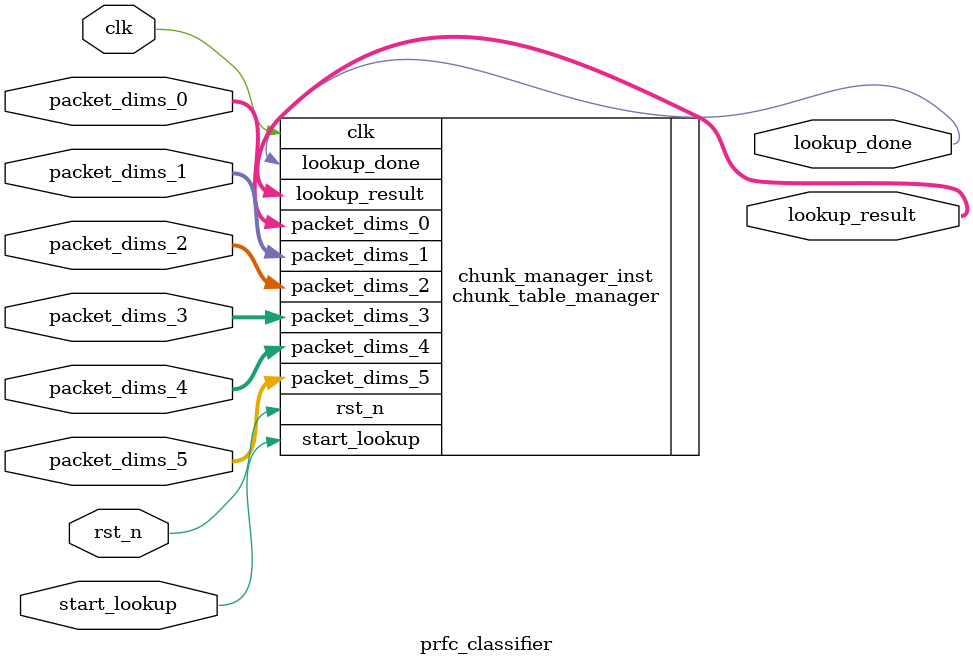
<source format=v>
`timescale 1ns / 1ps

module prfc_classifier #(
    //----------------------------------------------------------------
    // Basic Parameters
    //----------------------------------------------------------------
    parameter DATA_WIDTH = 32,
    parameter ADDR_WIDTH = 16,
    parameter CLASSIFIER_ID = 0,

    //----------------------------------------------------------------
    // Phase 0 Chunk Sizes (for 6 dimensions)
    //----------------------------------------------------------------
    parameter PHASE0_CHUNK_NUM_0 = 32'd100,  // phase0_chunks[0].item_num
    parameter PHASE0_CHUNK_NUM_1 = 32'd100,  // phase0_chunks[1].item_num
    parameter PHASE0_CHUNK_NUM_2 = 32'd100,  // phase0_chunks[2].item_num
    parameter PHASE0_CHUNK_NUM_3 = 32'd150,  // phase0_chunks[3].item_num
    parameter PHASE0_CHUNK_NUM_4 = 32'd200,  // phase0_chunks[4].item_num
    parameter PHASE0_CHUNK_NUM_5 = 32'd250,  // phase0_chunks[5].item_num

    //----------------------------------------------------------------
    // Phase 1 & Final Phase Chunk Sizes
    //----------------------------------------------------------------
    parameter PHASE1_CHUNK_NUM_0 = 32'd250,  // phase1_chunks[0].item_num
    parameter PHASE1_CHUNK_NUM_1 = 32'd250,  // phase1_chunks[1].item_num
    parameter FINALPHASE_CHUNK_NUM = 32'd250,    // phase2_chunks.item_num

    //----------------------------------------------------------------
    // Phase 0 EqIDTable Sizes (for 6 dimensions)
    //----------------------------------------------------------------
    parameter PHASE0_EqIDTable_NUM_0 = 16'd250,  // phase0_chunks[0].matched_EqIDTable->item_num
    parameter PHASE0_EqIDTable_NUM_1 = 16'd250,  // phase0_chunks[1].matched_EqIDTable->item_num
    parameter PHASE0_EqIDTable_NUM_2 = 16'd250,  // phase0_chunks[2].matched_EqIDTable->item_num
    parameter PHASE0_EqIDTable_NUM_3 = 16'd250,  // phase0_chunks[3].matched_EqIDTable->item_num
    parameter PHASE0_EqIDTable_NUM_4 = 16'd250,  // phase0_chunks[4].matched_EqIDTable->item_num
    parameter PHASE0_EqIDTable_NUM_5 = 16'd250,  // phase0_chunks[5].matched_EqIDTable->item_num

    //----------------------------------------------------------------
    // Phase 1 EqIDTable Sizes
    //----------------------------------------------------------------
    parameter PHASE1_EqIDTable_NUM_0 = 16'd250,  // phase1_chunks[0].matched_EqIDTable->item_num
    parameter PHASE1_EqIDTable_NUM_1 = 16'd250,  // phase1_chunks[1].matched_EqIDTable->item_num

    //----------------------------------------------------------------
    // Phase 0 Factor Parameters (for 6 dimensions)
    //----------------------------------------------------------------
    parameter PHASE0_FACTOR_0 = 5'd2,
    parameter PHASE0_FACTOR_1 = 5'd1,
    parameter PHASE0_FACTOR_2 = 5'd2,
    parameter PHASE0_FACTOR_3 = 5'd1,
    parameter PHASE0_FACTOR_4 = 5'd0,
    parameter PHASE0_FACTOR_5 = 5'd0
)(
    input wire clk,
    input wire rst_n,
    
    // Control Interface
    input wire start_lookup,
    input wire [15:0] packet_dims_0,
    input wire [15:0] packet_dims_1,
    input wire [15:0] packet_dims_2,
    input wire [15:0] packet_dims_3,
    input wire [15:0] packet_dims_4,
    input wire [15:0] packet_dims_5,
    output wire lookup_done,
    output wire [DATA_WIDTH-1:0] lookup_result
);

    // ChunkTable Manager Instance
    chunk_table_manager #(
        .DATA_WIDTH(DATA_WIDTH),
        .ADDR_WIDTH(ADDR_WIDTH),
        .CLASSIFIER_ID(CLASSIFIER_ID),
        // Pass down the ITEM_NUM parameters
        .PHASE0_CHUNK_NUM_0(PHASE0_CHUNK_NUM_0),
        .PHASE0_CHUNK_NUM_1(PHASE0_CHUNK_NUM_1),
        .PHASE0_CHUNK_NUM_2(PHASE0_CHUNK_NUM_2),
        .PHASE0_CHUNK_NUM_3(PHASE0_CHUNK_NUM_3),
        .PHASE0_CHUNK_NUM_4(PHASE0_CHUNK_NUM_4),
        .PHASE0_CHUNK_NUM_5(PHASE0_CHUNK_NUM_5),
        .PHASE1_CHUNK_NUM_0(PHASE1_CHUNK_NUM_0),
        .PHASE1_CHUNK_NUM_1(PHASE1_CHUNK_NUM_1),
        .FINALPHASE_CHUNK_NUM(FINALPHASE_CHUNK_NUM),

        .PHASE0_EqIDTable_NUM_0(PHASE0_EqIDTable_NUM_0),
        .PHASE0_EqIDTable_NUM_1(PHASE0_EqIDTable_NUM_1),
        .PHASE0_EqIDTable_NUM_2(PHASE0_EqIDTable_NUM_2),
        .PHASE0_EqIDTable_NUM_3(PHASE0_EqIDTable_NUM_3),
        .PHASE0_EqIDTable_NUM_4(PHASE0_EqIDTable_NUM_4),
        .PHASE0_EqIDTable_NUM_5(PHASE0_EqIDTable_NUM_5),
        .PHASE1_EqIDTable_NUM_0(PHASE1_EqIDTable_NUM_0),
        .PHASE1_EqIDTable_NUM_1(PHASE1_EqIDTable_NUM_1),

        .PHASE0_FACTOR_0(PHASE0_FACTOR_0),
        .PHASE0_FACTOR_1(PHASE0_FACTOR_1),
        .PHASE0_FACTOR_2(PHASE0_FACTOR_2),
        .PHASE0_FACTOR_3(PHASE0_FACTOR_3),
        .PHASE0_FACTOR_4(PHASE0_FACTOR_4),
        .PHASE0_FACTOR_5(PHASE0_FACTOR_5)
    ) chunk_manager_inst (
        .clk(clk),
        .rst_n(rst_n),
        .start_lookup(start_lookup),
        .packet_dims_0(packet_dims_0),
        .packet_dims_1(packet_dims_1),
        .packet_dims_2(packet_dims_2),
        .packet_dims_3(packet_dims_3),
        .packet_dims_4(packet_dims_4),
        .packet_dims_5(packet_dims_5),
        .lookup_done(lookup_done),
        .lookup_result(lookup_result)
    );

endmodule
</source>
